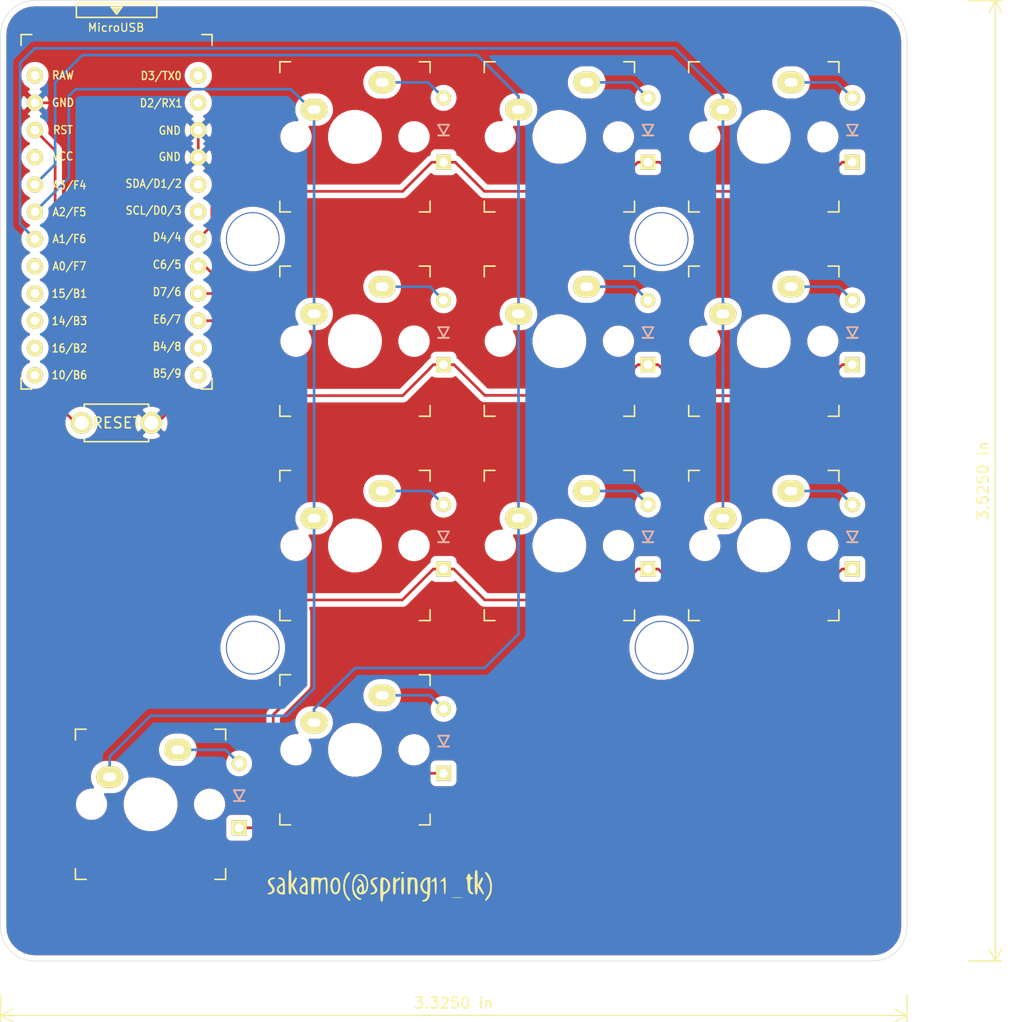
<source format=kicad_pcb>
(kicad_pcb (version 20171130) (host pcbnew "(5.1.0-0)")
  (layers (0 F.Cu signal) (31 B.Cu signal) (34 B.Paste user) (35 F.Paste user) (36 B.SilkS user) (37 F.SilkS user) (38 B.Mask user) (39 F.Mask user) (44 Edge.Cuts user))
  (net 0 "")
  (net 1 row0)
  (net 2 "Net-(D1-Pad2)")
  (net 3 "Net-(D2-Pad2)")
  (net 4 "Net-(D3-Pad2)")
  (net 5 row2)
  (net 6 "Net-(D4-Pad2)")
  (net 7 "Net-(D5-Pad2)")
  (net 8 row1)
  (net 9 "Net-(D6-Pad2)")
  (net 10 "Net-(D7-Pad2)")
  (net 11 "Net-(D8-Pad2)")
  (net 12 "Net-(D9-Pad2)")
  (net 13 row3)
  (net 14 "Net-(D10-Pad2)")
  (net 15 "Net-(D11-Pad2)")
  (net 16 col0)
  (net 17 col1)
  (net 18 col2)
  (net 19 RESET)
  (net 20 GND)
  (net 21 "Net-(U1-Pad1)")
  (net 22 "Net-(U1-Pad2)")
  (net 23 "Net-(U1-Pad5)")
  (net 24 "Net-(U1-Pad6)")
  (net 25 "Net-(U1-Pad11)")
  (net 26 "Net-(U1-Pad12)")
  (net 27 "Net-(U1-Pad13)")
  (net 28 "Net-(U1-Pad14)")
  (net 29 "Net-(U1-Pad15)")
  (net 30 "Net-(U1-Pad16)")
  (net 31 "Net-(U1-Pad17)")
  (net 32 VCC)
  (net 33 "Net-(U1-Pad24)")
  (module kbd:CherryMX_1u (layer F.Cu) (at 210.82 83.82)
    (fp_text reference SW9 hide)
    (fp_text value SW_PUSH hide)
    (pad "" np_thru_hole circle (at 0 0 90) (size 4 4) (drill 4) (layers *.Cu *.Mask))
    (pad "" np_thru_hole circle (at -5.5 0 90) (size 1.9 1.9) (drill 1.9) (layers *.Cu *.Mask))
    (pad "" np_thru_hole circle (at 5.5 0 90) (size 1.9 1.9) (drill 1.9) (layers *.Cu *.Mask))
    (pad 2 thru_hole oval (at 2.54 -5.08) (size 2.5 2) (drill oval 1.2 0.8) (layers *.Cu F.SilkS B.Mask) (net 12 "Net-(D9-Pad2)"))
    (pad 1 thru_hole oval (at -3.81 -2.54) (size 2.5 2) (drill oval 1.2 0.8) (layers *.Cu F.SilkS B.Mask) (net 18 col2))
  )
  (module kbd:Untitled (layer F.Cu) (at 175.0822 115.6843 90)
    (fp_text reference G*** hide)
    (fp_text value LOGO hide)
  )
  (module kbd:HOLE (layer F.Cu) (at 163.195 55.245)
    (fp_text reference Ref**)
    (fp_text value Val**)
    (pad "" np_thru_hole circle (at 0 0) (size 5 5) (drill 4.8) (layers *.Cu *.Mask))
  )
  (module kbd:HOLE (layer F.Cu) (at 201.295 55.245)
    (fp_text reference Ref**)
    (fp_text value Val**)
    (pad "" np_thru_hole circle (at 0 0) (size 5 5) (drill 4.8) (layers *.Cu *.Mask))
  )
  (module kbd:HOLE (layer F.Cu) (at 163.195 93.345)
    (fp_text reference Ref**)
    (fp_text value Val**)
    (pad "" np_thru_hole circle (at 0 0) (size 5 5) (drill 4.8) (layers *.Cu *.Mask))
  )
  (module kbd:HOLE (layer F.Cu) (at 201.295 93.345)
    (fp_text reference Ref**)
    (fp_text value Val**)
    (pad "" np_thru_hole circle (at 0 0) (size 5 5) (drill 4.8) (layers *.Cu *.Mask))
  )
  (module kbd:CherryMX_1u (layer F.Cu) (at 172.72 102.87)
    (fp_text reference SW10 hide)
    (fp_text value SW_PUSH hide)
    (pad "" np_thru_hole circle (at 0 0 90) (size 4 4) (drill 4) (layers *.Cu *.Mask))
    (pad "" np_thru_hole circle (at -5.5 0 90) (size 1.9 1.9) (drill 1.9) (layers *.Cu *.Mask))
    (pad "" np_thru_hole circle (at 5.5 0 90) (size 1.9 1.9) (drill 1.9) (layers *.Cu *.Mask))
    (pad 2 thru_hole oval (at 2.54 -5.08) (size 2.5 2) (drill oval 1.2 0.8) (layers *.Cu F.SilkS B.Mask) (net 14 "Net-(D10-Pad2)"))
    (pad 1 thru_hole oval (at -3.81 -2.54) (size 2.5 2) (drill oval 1.2 0.8) (layers *.Cu F.SilkS B.Mask) (net 16 col0))
  )
  (module kbd:D3_TH (layer F.Cu) (at 200.025 45.085 90)
    (fp_text reference D1 hide)
    (fp_text value 1N4148W hide)
    (pad 1 thru_hole rect (at -3 0 90) (size 1.397 1.397) (drill 0.8128) (layers *.Cu F.SilkS B.Mask) (net 1 row0))
    (pad 2 thru_hole circle (at 3 0 90) (size 1.397 1.397) (drill 0.8128) (layers *.Cu F.SilkS B.Mask) (net 2 "Net-(D1-Pad2)"))
  )
  (module kbd:D3_TH (layer F.Cu) (at 180.975 45.085 90)
    (fp_text reference D2 hide)
    (fp_text value 1N4148W hide)
    (pad 1 thru_hole rect (at -3 0 90) (size 1.397 1.397) (drill 0.8128) (layers *.Cu F.SilkS B.Mask) (net 1 row0))
    (pad 2 thru_hole circle (at 3 0 90) (size 1.397 1.397) (drill 0.8128) (layers *.Cu F.SilkS B.Mask) (net 3 "Net-(D2-Pad2)"))
  )
  (module kbd:D3_TH (layer F.Cu) (at 219.075 45.085 90)
    (fp_text reference D3 hide)
    (fp_text value 1N4148W hide)
    (pad 1 thru_hole rect (at -3 0 90) (size 1.397 1.397) (drill 0.8128) (layers *.Cu F.SilkS B.Mask) (net 1 row0))
    (pad 2 thru_hole circle (at 3 0 90) (size 1.397 1.397) (drill 0.8128) (layers *.Cu F.SilkS B.Mask) (net 4 "Net-(D3-Pad2)"))
  )
  (module kbd:D3_TH (layer F.Cu) (at 200.025 83.01 90)
    (fp_text reference D4 hide)
    (fp_text value 1N4148W hide)
    (pad 1 thru_hole rect (at -3 0 90) (size 1.397 1.397) (drill 0.8128) (layers *.Cu F.SilkS B.Mask) (net 5 row2))
    (pad 2 thru_hole circle (at 3 0 90) (size 1.397 1.397) (drill 0.8128) (layers *.Cu F.SilkS B.Mask) (net 6 "Net-(D4-Pad2)"))
  )
  (module kbd:D3_TH (layer F.Cu) (at 200.025 63.96 90)
    (fp_text reference D5 hide)
    (fp_text value 1N4148W hide)
    (pad 2 thru_hole circle (at 3 0 90) (size 1.397 1.397) (drill 0.8128) (layers *.Cu F.SilkS B.Mask) (net 7 "Net-(D5-Pad2)"))
    (pad 1 thru_hole rect (at -3 0 90) (size 1.397 1.397) (drill 0.8128) (layers *.Cu F.SilkS B.Mask) (net 8 row1))
  )
  (module kbd:D3_TH (layer F.Cu) (at 180.975 63.96 90)
    (fp_text reference D6 hide)
    (fp_text value 1N4148W hide)
    (pad 2 thru_hole circle (at 3 0 90) (size 1.397 1.397) (drill 0.8128) (layers *.Cu F.SilkS B.Mask) (net 9 "Net-(D6-Pad2)"))
    (pad 1 thru_hole rect (at -3 0 90) (size 1.397 1.397) (drill 0.8128) (layers *.Cu F.SilkS B.Mask) (net 8 row1))
  )
  (module kbd:D3_TH (layer F.Cu) (at 219.075 63.96 90)
    (fp_text reference D7 hide)
    (fp_text value 1N4148W hide)
    (pad 2 thru_hole circle (at 3 0 90) (size 1.397 1.397) (drill 0.8128) (layers *.Cu F.SilkS B.Mask) (net 10 "Net-(D7-Pad2)"))
    (pad 1 thru_hole rect (at -3 0 90) (size 1.397 1.397) (drill 0.8128) (layers *.Cu F.SilkS B.Mask) (net 8 row1))
  )
  (module kbd:D3_TH (layer F.Cu) (at 180.975 83.01 90)
    (fp_text reference D8 hide)
    (fp_text value 1N4148W hide)
    (pad 2 thru_hole circle (at 3 0 90) (size 1.397 1.397) (drill 0.8128) (layers *.Cu F.SilkS B.Mask) (net 11 "Net-(D8-Pad2)"))
    (pad 1 thru_hole rect (at -3 0 90) (size 1.397 1.397) (drill 0.8128) (layers *.Cu F.SilkS B.Mask) (net 5 row2))
  )
  (module kbd:D3_TH (layer F.Cu) (at 219.075 83.01 90)
    (fp_text reference D9 hide)
    (fp_text value 1N4148W hide)
    (pad 1 thru_hole rect (at -3 0 90) (size 1.397 1.397) (drill 0.8128) (layers *.Cu F.SilkS B.Mask) (net 5 row2))
    (pad 2 thru_hole circle (at 3 0 90) (size 1.397 1.397) (drill 0.8128) (layers *.Cu F.SilkS B.Mask) (net 12 "Net-(D9-Pad2)"))
  )
  (module kbd:D3_TH (layer F.Cu) (at 180.975 102.06 90)
    (fp_text reference D10 hide)
    (fp_text value 1N4148W hide)
    (pad 1 thru_hole rect (at -3 0 90) (size 1.397 1.397) (drill 0.8128) (layers *.Cu F.SilkS B.Mask) (net 13 row3))
    (pad 2 thru_hole circle (at 3 0 90) (size 1.397 1.397) (drill 0.8128) (layers *.Cu F.SilkS B.Mask) (net 14 "Net-(D10-Pad2)"))
  )
  (module kbd:D3_TH (layer F.Cu) (at 161.925 107.14 90)
    (fp_text reference D11 hide)
    (fp_text value 1N4148W hide)
    (pad 2 thru_hole circle (at 3 0 90) (size 1.397 1.397) (drill 0.8128) (layers *.Cu F.SilkS B.Mask) (net 15 "Net-(D11-Pad2)"))
    (pad 1 thru_hole rect (at -3 0 90) (size 1.397 1.397) (drill 0.8128) (layers *.Cu F.SilkS B.Mask) (net 13 row3))
  )
  (module kbd:CherryMX_1u (layer F.Cu) (at 191.77 45.72)
    (fp_text reference SW1 hide)
    (fp_text value SW_PUSH hide)
    (pad "" np_thru_hole circle (at 0 0 90) (size 4 4) (drill 4) (layers *.Cu *.Mask))
    (pad "" np_thru_hole circle (at -5.5 0 90) (size 1.9 1.9) (drill 1.9) (layers *.Cu *.Mask))
    (pad "" np_thru_hole circle (at 5.5 0 90) (size 1.9 1.9) (drill 1.9) (layers *.Cu *.Mask))
    (pad 2 thru_hole oval (at 2.54 -5.08) (size 2.5 2) (drill oval 1.2 0.8) (layers *.Cu F.SilkS B.Mask) (net 2 "Net-(D1-Pad2)"))
    (pad 1 thru_hole oval (at -3.81 -2.54) (size 2.5 2) (drill oval 1.2 0.8) (layers *.Cu F.SilkS B.Mask) (net 16 col0))
  )
  (module kbd:CherryMX_1u (layer F.Cu) (at 172.72 45.72)
    (fp_text reference SW2 hide)
    (fp_text value SW_PUSH hide)
    (pad "" np_thru_hole circle (at 0 0 90) (size 4 4) (drill 4) (layers *.Cu *.Mask))
    (pad "" np_thru_hole circle (at -5.5 0 90) (size 1.9 1.9) (drill 1.9) (layers *.Cu *.Mask))
    (pad "" np_thru_hole circle (at 5.5 0 90) (size 1.9 1.9) (drill 1.9) (layers *.Cu *.Mask))
    (pad 2 thru_hole oval (at 2.54 -5.08) (size 2.5 2) (drill oval 1.2 0.8) (layers *.Cu F.SilkS B.Mask) (net 3 "Net-(D2-Pad2)"))
    (pad 1 thru_hole oval (at -3.81 -2.54) (size 2.5 2) (drill oval 1.2 0.8) (layers *.Cu F.SilkS B.Mask) (net 17 col1))
  )
  (module kbd:CherryMX_1u (layer F.Cu) (at 210.82 45.72)
    (fp_text reference SW3 hide)
    (fp_text value SW_PUSH hide)
    (pad "" np_thru_hole circle (at 0 0 90) (size 4 4) (drill 4) (layers *.Cu *.Mask))
    (pad "" np_thru_hole circle (at -5.5 0 90) (size 1.9 1.9) (drill 1.9) (layers *.Cu *.Mask))
    (pad "" np_thru_hole circle (at 5.5 0 90) (size 1.9 1.9) (drill 1.9) (layers *.Cu *.Mask))
    (pad 2 thru_hole oval (at 2.54 -5.08) (size 2.5 2) (drill oval 1.2 0.8) (layers *.Cu F.SilkS B.Mask) (net 4 "Net-(D3-Pad2)"))
    (pad 1 thru_hole oval (at -3.81 -2.54) (size 2.5 2) (drill oval 1.2 0.8) (layers *.Cu F.SilkS B.Mask) (net 18 col2))
  )
  (module kbd:CherryMX_1u (layer F.Cu) (at 191.77 83.82)
    (fp_text reference SW4 hide)
    (fp_text value SW_PUSH hide)
    (pad "" np_thru_hole circle (at 0 0 90) (size 4 4) (drill 4) (layers *.Cu *.Mask))
    (pad "" np_thru_hole circle (at -5.5 0 90) (size 1.9 1.9) (drill 1.9) (layers *.Cu *.Mask))
    (pad "" np_thru_hole circle (at 5.5 0 90) (size 1.9 1.9) (drill 1.9) (layers *.Cu *.Mask))
    (pad 2 thru_hole oval (at 2.54 -5.08) (size 2.5 2) (drill oval 1.2 0.8) (layers *.Cu F.SilkS B.Mask) (net 6 "Net-(D4-Pad2)"))
    (pad 1 thru_hole oval (at -3.81 -2.54) (size 2.5 2) (drill oval 1.2 0.8) (layers *.Cu F.SilkS B.Mask) (net 16 col0))
  )
  (module kbd:CherryMX_1u (layer F.Cu) (at 191.77 64.77)
    (fp_text reference SW5 hide)
    (fp_text value SW_PUSH hide)
    (pad 1 thru_hole oval (at -3.81 -2.54) (size 2.5 2) (drill oval 1.2 0.8) (layers *.Cu F.SilkS B.Mask) (net 16 col0))
    (pad 2 thru_hole oval (at 2.54 -5.08) (size 2.5 2) (drill oval 1.2 0.8) (layers *.Cu F.SilkS B.Mask) (net 7 "Net-(D5-Pad2)"))
    (pad "" np_thru_hole circle (at 5.5 0 90) (size 1.9 1.9) (drill 1.9) (layers *.Cu *.Mask))
    (pad "" np_thru_hole circle (at -5.5 0 90) (size 1.9 1.9) (drill 1.9) (layers *.Cu *.Mask))
    (pad "" np_thru_hole circle (at 0 0 90) (size 4 4) (drill 4) (layers *.Cu *.Mask))
  )
  (module kbd:CherryMX_1u (layer F.Cu) (at 172.72 64.77)
    (fp_text reference SW6 hide)
    (fp_text value SW_PUSH hide)
    (pad 1 thru_hole oval (at -3.81 -2.54) (size 2.5 2) (drill oval 1.2 0.8) (layers *.Cu F.SilkS B.Mask) (net 17 col1))
    (pad 2 thru_hole oval (at 2.54 -5.08) (size 2.5 2) (drill oval 1.2 0.8) (layers *.Cu F.SilkS B.Mask) (net 9 "Net-(D6-Pad2)"))
    (pad "" np_thru_hole circle (at 5.5 0 90) (size 1.9 1.9) (drill 1.9) (layers *.Cu *.Mask))
    (pad "" np_thru_hole circle (at -5.5 0 90) (size 1.9 1.9) (drill 1.9) (layers *.Cu *.Mask))
    (pad "" np_thru_hole circle (at 0 0 90) (size 4 4) (drill 4) (layers *.Cu *.Mask))
  )
  (module kbd:CherryMX_1u (layer F.Cu) (at 210.82 64.77)
    (fp_text reference SW7 hide)
    (fp_text value SW_PUSH hide)
    (pad 1 thru_hole oval (at -3.81 -2.54) (size 2.5 2) (drill oval 1.2 0.8) (layers *.Cu F.SilkS B.Mask) (net 18 col2))
    (pad 2 thru_hole oval (at 2.54 -5.08) (size 2.5 2) (drill oval 1.2 0.8) (layers *.Cu F.SilkS B.Mask) (net 10 "Net-(D7-Pad2)"))
    (pad "" np_thru_hole circle (at 5.5 0 90) (size 1.9 1.9) (drill 1.9) (layers *.Cu *.Mask))
    (pad "" np_thru_hole circle (at -5.5 0 90) (size 1.9 1.9) (drill 1.9) (layers *.Cu *.Mask))
    (pad "" np_thru_hole circle (at 0 0 90) (size 4 4) (drill 4) (layers *.Cu *.Mask))
  )
  (module kbd:CherryMX_1u (layer F.Cu) (at 172.72 83.82)
    (fp_text reference SW8 hide)
    (fp_text value SW_PUSH hide)
    (pad 1 thru_hole oval (at -3.81 -2.54) (size 2.5 2) (drill oval 1.2 0.8) (layers *.Cu F.SilkS B.Mask) (net 17 col1))
    (pad 2 thru_hole oval (at 2.54 -5.08) (size 2.5 2) (drill oval 1.2 0.8) (layers *.Cu F.SilkS B.Mask) (net 11 "Net-(D8-Pad2)"))
    (pad "" np_thru_hole circle (at 5.5 0 90) (size 1.9 1.9) (drill 1.9) (layers *.Cu *.Mask))
    (pad "" np_thru_hole circle (at -5.5 0 90) (size 1.9 1.9) (drill 1.9) (layers *.Cu *.Mask))
    (pad "" np_thru_hole circle (at 0 0 90) (size 4 4) (drill 4) (layers *.Cu *.Mask))
  )
  (module kbd:CherryMX_1u (layer F.Cu) (at 153.67 107.95)
    (fp_text reference SW11 hide)
    (fp_text value SW_PUSH hide)
    (pad 1 thru_hole oval (at -3.81 -2.54) (size 2.5 2) (drill oval 1.2 0.8) (layers *.Cu F.SilkS B.Mask) (net 17 col1))
    (pad 2 thru_hole oval (at 2.54 -5.08) (size 2.5 2) (drill oval 1.2 0.8) (layers *.Cu F.SilkS B.Mask) (net 15 "Net-(D11-Pad2)"))
    (pad "" np_thru_hole circle (at 5.5 0 90) (size 1.9 1.9) (drill 1.9) (layers *.Cu *.Mask))
    (pad "" np_thru_hole circle (at -5.5 0 90) (size 1.9 1.9) (drill 1.9) (layers *.Cu *.Mask))
    (pad "" np_thru_hole circle (at 0 0 90) (size 4 4) (drill 4) (layers *.Cu *.Mask))
  )
  (module kbd:ResetSW_1side (layer F.Cu) (at 150.495 72.39 180)
    (fp_text reference SW_RST1 hide)
    (fp_text value SW_PUSH)
    (fp_text user RESET (at 0 0 180) (layer F.SilkS))
    (pad 1 thru_hole circle (at 3.25 0 180) (size 2 2) (drill 1.3) (layers *.Cu F.SilkS B.Mask) (net 19 RESET))
    (pad 2 thru_hole circle (at -3.25 0 180) (size 2 2) (drill 1.3) (layers *.Cu F.SilkS B.Mask) (net 20 GND))
  )
  (module kbd:ProMicro_v3 (layer F.Cu) (at 150.5036 54.483)
    (fp_text reference U1 hide)
    (fp_text value ProMicro hide)
    (fp_text user MicroUSB (at -0.05 -18.95) (layer F.SilkS) (effects (font (size 0.75 0.75) (thickness 0.12))))
    (fp_text user B4/8 (at 4.705 10.8 unlocked) (layer F.SilkS) (effects (font (size 0.75 0.67) (thickness 0.125))))
    (fp_text user D2/RX1 (at 4.155 -11.9 unlocked) (layer F.SilkS) (effects (font (size 0.75 0.67) (thickness 0.125))))
    (fp_text user B5/9 (at 4.705 13.3 unlocked) (layer F.SilkS) (effects (font (size 0.75 0.67) (thickness 0.125))))
    (fp_text user C6/5 (at 4.705 3.15 unlocked) (layer F.SilkS) (effects (font (size 0.75 0.67) (thickness 0.125))))
    (fp_text user SCL/D0/3 (at 3.455 -1.9 unlocked) (layer F.SilkS) (effects (font (size 0.75 0.67) (thickness 0.125))))
    (fp_text user SDA/D1/2 (at 3.455 -4.4 unlocked) (layer F.SilkS) (effects (font (size 0.75 0.67) (thickness 0.125))))
    (fp_text user D4/4 (at 4.705 0.6 unlocked) (layer F.SilkS) (effects (font (size 0.75 0.67) (thickness 0.125))))
    (fp_text user D3/TX0 (at 4.155 -14.45 unlocked) (layer F.SilkS) (effects (font (size 0.75 0.67) (thickness 0.125))))
    (fp_text user GND (at 4.955 -6.9 unlocked) (layer F.SilkS) (effects (font (size 0.75 0.67) (thickness 0.125))))
    (fp_text user GND (at 4.955 -9.35 unlocked) (layer F.SilkS) (effects (font (size 0.75 0.67) (thickness 0.125))))
    (fp_text user D7/6 (at 4.705 5.7 unlocked) (layer F.SilkS) (effects (font (size 0.75 0.67) (thickness 0.125))))
    (fp_text user E6/7 (at 4.705 8.25 unlocked) (layer F.SilkS) (effects (font (size 0.75 0.67) (thickness 0.125))))
    (fp_text user 16/B2 (at -4.395 10.95 unlocked) (layer F.SilkS) (effects (font (size 0.75 0.67) (thickness 0.125))))
    (fp_text user 10/B6 (at -4.395 13.45 unlocked) (layer F.SilkS) (effects (font (size 0.75 0.67) (thickness 0.125))))
    (fp_text user 14/B3 (at -4.395 8.4 unlocked) (layer F.SilkS) (effects (font (size 0.75 0.67) (thickness 0.125))))
    (fp_text user 15/B1 (at -4.395 5.85 unlocked) (layer F.SilkS) (effects (font (size 0.75 0.67) (thickness 0.125))))
    (fp_text user A0/F7 (at -4.395 3.3 unlocked) (layer F.SilkS) (effects (font (size 0.75 0.67) (thickness 0.125))))
    (fp_text user A1/F6 (at -4.395 0.75 unlocked) (layer F.SilkS) (effects (font (size 0.75 0.67) (thickness 0.125))))
    (fp_text user A2/F5 (at -4.395 -1.75 unlocked) (layer F.SilkS) (effects (font (size 0.75 0.67) (thickness 0.125))))
    (fp_text user A3/F4 (at -4.395 -4.25 unlocked) (layer F.SilkS) (effects (font (size 0.75 0.67) (thickness 0.125))))
    (fp_text user VCC (at -4.995 -6.95 unlocked) (layer F.SilkS) (effects (font (size 0.75 0.67) (thickness 0.125))))
    (fp_text user RST (at -4.995 -9.4 unlocked) (layer F.SilkS) (effects (font (size 0.75 0.67) (thickness 0.125))))
    (fp_text user GND (at -4.995 -11.95 unlocked) (layer F.SilkS) (effects (font (size 0.75 0.67) (thickness 0.125))))
    (fp_text user RAW (at -4.995 -14.5 unlocked) (layer F.SilkS) (effects (font (size 0.75 0.67) (thickness 0.125))))
    (fp_text user "" (at -0.545 -17.4) (layer F.SilkS))
    (fp_text user "" (at -1.2515 -16.256) (layer B.SilkS) (effects (justify mirror)))
    (pad 1 thru_hole circle (at 7.6114 -14.478) (size 1.524 1.524) (drill 0.8128) (layers *.Cu F.SilkS B.Mask) (net 21 "Net-(U1-Pad1)"))
    (pad 2 thru_hole circle (at 7.6114 -11.938) (size 1.524 1.524) (drill 0.8128) (layers *.Cu F.SilkS B.Mask) (net 22 "Net-(U1-Pad2)"))
    (pad 3 thru_hole circle (at 7.6114 -9.398) (size 1.524 1.524) (drill 0.8128) (layers *.Cu F.SilkS B.Mask) (net 20 GND))
    (pad 4 thru_hole circle (at 7.6114 -6.858) (size 1.524 1.524) (drill 0.8128) (layers *.Cu F.SilkS B.Mask) (net 20 GND))
    (pad 5 thru_hole circle (at 7.6114 -4.318) (size 1.524 1.524) (drill 0.8128) (layers *.Cu F.SilkS B.Mask) (net 23 "Net-(U1-Pad5)"))
    (pad 6 thru_hole circle (at 7.6114 -1.778) (size 1.524 1.524) (drill 0.8128) (layers *.Cu F.SilkS B.Mask) (net 24 "Net-(U1-Pad6)"))
    (pad 7 thru_hole circle (at 7.6114 0.762) (size 1.524 1.524) (drill 0.8128) (layers *.Cu F.SilkS B.Mask) (net 1 row0))
    (pad 8 thru_hole circle (at 7.6114 3.302) (size 1.524 1.524) (drill 0.8128) (layers *.Cu F.SilkS B.Mask) (net 8 row1))
    (pad 9 thru_hole circle (at 7.6114 5.842) (size 1.524 1.524) (drill 0.8128) (layers *.Cu F.SilkS B.Mask) (net 5 row2))
    (pad 10 thru_hole circle (at 7.6114 8.382) (size 1.524 1.524) (drill 0.8128) (layers *.Cu F.SilkS B.Mask) (net 13 row3))
    (pad 11 thru_hole circle (at 7.6114 10.922) (size 1.524 1.524) (drill 0.8128) (layers *.Cu F.SilkS B.Mask) (net 25 "Net-(U1-Pad11)"))
    (pad 12 thru_hole circle (at 7.6114 13.462) (size 1.524 1.524) (drill 0.8128) (layers *.Cu F.SilkS B.Mask) (net 26 "Net-(U1-Pad12)"))
    (pad 13 thru_hole circle (at -7.6086 13.462) (size 1.524 1.524) (drill 0.8128) (layers *.Cu F.SilkS B.Mask) (net 27 "Net-(U1-Pad13)"))
    (pad 14 thru_hole circle (at -7.6086 10.922) (size 1.524 1.524) (drill 0.8128) (layers *.Cu F.SilkS B.Mask) (net 28 "Net-(U1-Pad14)"))
    (pad 15 thru_hole circle (at -7.6086 8.382) (size 1.524 1.524) (drill 0.8128) (layers *.Cu F.SilkS B.Mask) (net 29 "Net-(U1-Pad15)"))
    (pad 16 thru_hole circle (at -7.6086 5.842) (size 1.524 1.524) (drill 0.8128) (layers *.Cu F.SilkS B.Mask) (net 30 "Net-(U1-Pad16)"))
    (pad 17 thru_hole circle (at -7.6086 3.302) (size 1.524 1.524) (drill 0.8128) (layers *.Cu F.SilkS B.Mask) (net 31 "Net-(U1-Pad17)"))
    (pad 18 thru_hole circle (at -7.6086 0.762) (size 1.524 1.524) (drill 0.8128) (layers *.Cu F.SilkS B.Mask) (net 18 col2))
    (pad 19 thru_hole circle (at -7.6086 -1.778) (size 1.524 1.524) (drill 0.8128) (layers *.Cu F.SilkS B.Mask) (net 17 col1))
    (pad 20 thru_hole circle (at -7.6086 -4.318) (size 1.524 1.524) (drill 0.8128) (layers *.Cu F.SilkS B.Mask) (net 16 col0))
    (pad 21 thru_hole circle (at -7.6086 -6.858) (size 1.524 1.524) (drill 0.8128) (layers *.Cu F.SilkS B.Mask) (net 32 VCC))
    (pad 22 thru_hole circle (at -7.6086 -9.398) (size 1.524 1.524) (drill 0.8128) (layers *.Cu F.SilkS B.Mask) (net 19 RESET))
    (pad 23 thru_hole circle (at -7.6086 -11.938) (size 1.524 1.524) (drill 0.8128) (layers *.Cu F.SilkS B.Mask) (net 20 GND))
    (pad 24 thru_hole circle (at -7.6086 -14.478) (size 1.524 1.524) (drill 0.8128) (layers *.Cu F.SilkS B.Mask) (net 33 "Net-(U1-Pad24)"))
  )
  (dimension 89.535 (width 0.12) (layer F.SilkS) (gr_text "89.535 mm" (at 233.68 77.7875 90) (layer F.SilkS) (effects (font (size 1 1) (thickness 0.15)))) (feature1 (pts (xy 229.87 33.02) (xy 232.996421 33.02))) (feature2 (pts (xy 229.87 122.555) (xy 232.996421 122.555))) (crossbar (pts (xy 232.41 122.555) (xy 232.41 33.02))) (arrow1a (pts (xy 232.41 33.02) (xy 232.996421 34.146504))) (arrow1b (pts (xy 232.41 33.02) (xy 231.823579 34.146504))) (arrow2a (pts (xy 232.41 122.555) (xy 232.996421 121.428496))) (arrow2b (pts (xy 232.41 122.555) (xy 231.823579 121.428496))))
  (gr_line (start 224.155 36.83) (end 224.155 119.38) (layer Edge.Cuts) (width 0.05))
  (dimension 84.455 (width 0.12) (layer F.SilkS) (gr_text "84.455 mm" (at 181.9275 128.905) (layer F.SilkS) (effects (font (size 1 1) (thickness 0.15)))) (feature1 (pts (xy 224.155 125.73) (xy 224.155 128.221421))) (feature2 (pts (xy 139.7 125.73) (xy 139.7 128.221421))) (crossbar (pts (xy 139.7 127.635) (xy 224.155 127.635))) (arrow1a (pts (xy 224.155 127.635) (xy 223.028496 128.221421))) (arrow1b (pts (xy 224.155 127.635) (xy 223.028496 127.048579))) (arrow2a (pts (xy 139.7 127.635) (xy 140.826504 128.221421))) (arrow2b (pts (xy 139.7 127.635) (xy 140.826504 127.048579))))
  (gr_arc (start 142.875 36.195) (end 142.875 33.02) (angle -90) (layer Edge.Cuts) (width 0.05))
  (gr_arc (start 142.875 119.38) (end 139.7 119.38) (angle -90) (layer Edge.Cuts) (width 0.05))
  (gr_arc (start 220.98 119.38) (end 220.98 122.555) (angle -90) (layer Edge.Cuts) (width 0.05))
  (gr_arc (start 220.345 36.83) (end 224.155 36.83) (angle -90) (layer Edge.Cuts) (width 0.05))
  (gr_line (start 139.7 119.38) (end 139.7 36.195) (layer Edge.Cuts) (width 0.05))
  (gr_line (start 220.98 122.555) (end 142.875 122.555) (layer Edge.Cuts) (width 0.05))
  (gr_line (start 142.875 33.02) (end 220.345 33.02) (layer Edge.Cuts) (width 0.05))
  (segment (start 201.12 48.085) (end 200.025 48.085) (width 0.25) (layer F.Cu) (net 1))
  (segment (start 215.4115 50.8) (end 203.835 50.8) (width 0.25) (layer F.Cu) (net 1))
  (segment (start 203.835 50.8) (end 201.12 48.085) (width 0.25) (layer F.Cu) (net 1))
  (segment (start 218.1265 48.085) (end 215.4115 50.8) (width 0.25) (layer F.Cu) (net 1))
  (segment (start 219.075 48.085) (end 218.1265 48.085) (width 0.25) (layer F.Cu) (net 1))
  (segment (start 199.0765 48.085) (end 196.3615 50.8) (width 0.25) (layer F.Cu) (net 1))
  (segment (start 200.025 48.085) (end 199.0765 48.085) (width 0.25) (layer F.Cu) (net 1))
  (segment (start 196.3615 50.8) (end 184.785 50.8) (width 0.25) (layer F.Cu) (net 1))
  (segment (start 182.07 48.085) (end 180.975 48.085) (width 0.25) (layer F.Cu) (net 1))
  (segment (start 184.785 50.8) (end 182.07 48.085) (width 0.25) (layer F.Cu) (net 1))
  (segment (start 180.975 48.085) (end 179.88 48.085) (width 0.25) (layer F.Cu) (net 1))
  (segment (start 179.88 48.085) (end 177.165 50.8) (width 0.25) (layer F.Cu) (net 1))
  (segment (start 177.165 50.8) (end 160.655 50.8) (width 0.25) (layer F.Cu) (net 1))
  (segment (start 160.655 50.8) (end 159.385 52.07) (width 0.25) (layer F.Cu) (net 1))
  (segment (start 159.385 52.07) (end 159.385 53.975) (width 0.25) (layer F.Cu) (net 1))
  (segment (start 159.385 53.975) (end 158.115 55.245) (width 0.25) (layer F.Cu) (net 1))
  (segment (start 198.58 40.64) (end 200.025 42.085) (width 0.25) (layer B.Cu) (net 2))
  (segment (start 194.31 40.64) (end 198.58 40.64) (width 0.25) (layer B.Cu) (net 2))
  (segment (start 179.53 40.64) (end 180.975 42.085) (width 0.25) (layer B.Cu) (net 3))
  (segment (start 175.26 40.64) (end 179.53 40.64) (width 0.25) (layer B.Cu) (net 3))
  (segment (start 217.63 40.64) (end 219.075 42.085) (width 0.25) (layer B.Cu) (net 4))
  (segment (start 213.36 40.64) (end 217.63 40.64) (width 0.25) (layer B.Cu) (net 4))
  (segment (start 218.1265 86.01) (end 217.17 86.9665) (width 0.25) (layer F.Cu) (net 5))
  (segment (start 219.075 86.01) (end 218.1265 86.01) (width 0.25) (layer F.Cu) (net 5))
  (segment (start 217.17 86.9665) (end 217.17 86.995) (width 0.25) (layer F.Cu) (net 5))
  (segment (start 217.17 86.995) (end 215.265 88.9) (width 0.25) (layer F.Cu) (net 5))
  (segment (start 200.9735 86.01) (end 200.025 86.01) (width 0.25) (layer F.Cu) (net 5))
  (segment (start 203.8635 88.9) (end 200.9735 86.01) (width 0.25) (layer F.Cu) (net 5))
  (segment (start 215.265 88.9) (end 203.8635 88.9) (width 0.25) (layer F.Cu) (net 5))
  (segment (start 196.1865 88.9) (end 199.0765 86.01) (width 0.25) (layer F.Cu) (net 5))
  (segment (start 184.8135 88.9) (end 196.1865 88.9) (width 0.25) (layer F.Cu) (net 5))
  (segment (start 181.9235 86.01) (end 184.8135 88.9) (width 0.25) (layer F.Cu) (net 5))
  (segment (start 199.0765 86.01) (end 200.025 86.01) (width 0.25) (layer F.Cu) (net 5))
  (segment (start 180.975 86.01) (end 181.9235 86.01) (width 0.25) (layer F.Cu) (net 5))
  (segment (start 180.0265 86.01) (end 177.1365 88.9) (width 0.25) (layer F.Cu) (net 5))
  (segment (start 180.975 86.01) (end 180.0265 86.01) (width 0.25) (layer F.Cu) (net 5))
  (segment (start 177.1365 88.9) (end 165.735 88.9) (width 0.25) (layer F.Cu) (net 5))
  (segment (start 165.735 88.9) (end 163.195 86.36) (width 0.25) (layer F.Cu) (net 5))
  (segment (start 163.195 86.36) (end 163.195 68.58) (width 0.25) (layer F.Cu) (net 5))
  (segment (start 163.195 68.58) (end 160.655 66.04) (width 0.25) (layer F.Cu) (net 5))
  (segment (start 160.655 61.595) (end 159.385 60.325) (width 0.25) (layer F.Cu) (net 5))
  (segment (start 159.385 60.325) (end 158.115 60.325) (width 0.25) (layer F.Cu) (net 5))
  (segment (start 160.655 66.04) (end 160.655 61.595) (width 0.25) (layer F.Cu) (net 5))
  (segment (start 198.755 78.74) (end 200.025 80.01) (width 0.25) (layer B.Cu) (net 6))
  (segment (start 194.31 78.74) (end 198.755 78.74) (width 0.25) (layer B.Cu) (net 6))
  (segment (start 198.755 59.69) (end 200.025 60.96) (width 0.25) (layer B.Cu) (net 7))
  (segment (start 194.31 59.69) (end 198.755 59.69) (width 0.25) (layer B.Cu) (net 7))
  (segment (start 218.1265 66.96) (end 217.805 67.2815) (width 0.25) (layer F.Cu) (net 8))
  (segment (start 219.075 66.96) (end 218.1265 66.96) (width 0.25) (layer F.Cu) (net 8))
  (segment (start 217.805 67.2815) (end 217.805 67.31) (width 0.25) (layer F.Cu) (net 8))
  (segment (start 217.805 67.31) (end 215.265 69.85) (width 0.25) (layer F.Cu) (net 8))
  (segment (start 200.9735 66.96) (end 200.025 66.96) (width 0.25) (layer F.Cu) (net 8))
  (segment (start 203.8635 69.85) (end 200.9735 66.96) (width 0.25) (layer F.Cu) (net 8))
  (segment (start 215.265 69.85) (end 203.8635 69.85) (width 0.25) (layer F.Cu) (net 8))
  (segment (start 199.0765 66.96) (end 196.215 69.8215) (width 0.25) (layer F.Cu) (net 8))
  (segment (start 200.025 66.96) (end 199.0765 66.96) (width 0.25) (layer F.Cu) (net 8))
  (segment (start 196.215 69.8215) (end 184.8135 69.8215) (width 0.25) (layer F.Cu) (net 8))
  (segment (start 181.952 66.96) (end 180.975 66.96) (width 0.25) (layer F.Cu) (net 8))
  (segment (start 184.8135 69.8215) (end 181.952 66.96) (width 0.25) (layer F.Cu) (net 8))
  (segment (start 161.29 60.325) (end 158.75 57.785) (width 0.25) (layer F.Cu) (net 8))
  (segment (start 158.75 57.785) (end 158.115 57.785) (width 0.25) (layer F.Cu) (net 8))
  (segment (start 161.29 65.405) (end 161.29 60.325) (width 0.25) (layer F.Cu) (net 8))
  (segment (start 165.735 69.85) (end 161.29 65.405) (width 0.25) (layer F.Cu) (net 8))
  (segment (start 177.165 69.85) (end 165.735 69.85) (width 0.25) (layer F.Cu) (net 8))
  (segment (start 179.705 67.31) (end 177.165 69.85) (width 0.25) (layer F.Cu) (net 8))
  (segment (start 180.975 66.96) (end 180.0265 66.96) (width 0.25) (layer F.Cu) (net 8))
  (segment (start 179.705 67.2815) (end 179.705 67.31) (width 0.25) (layer F.Cu) (net 8))
  (segment (start 180.0265 66.96) (end 179.705 67.2815) (width 0.25) (layer F.Cu) (net 8))
  (segment (start 179.705 59.69) (end 180.975 60.96) (width 0.25) (layer B.Cu) (net 9))
  (segment (start 175.26 59.69) (end 179.705 59.69) (width 0.25) (layer B.Cu) (net 9))
  (segment (start 217.805 59.69) (end 219.075 60.96) (width 0.25) (layer B.Cu) (net 10))
  (segment (start 213.36 59.69) (end 217.805 59.69) (width 0.25) (layer B.Cu) (net 10))
  (segment (start 179.705 78.74) (end 180.975 80.01) (width 0.25) (layer B.Cu) (net 11))
  (segment (start 175.26 78.74) (end 179.705 78.74) (width 0.25) (layer B.Cu) (net 11))
  (segment (start 217.805 78.74) (end 219.075 80.01) (width 0.25) (layer B.Cu) (net 12))
  (segment (start 213.36 78.74) (end 217.805 78.74) (width 0.25) (layer B.Cu) (net 12))
  (segment (start 165.67 107.95) (end 163.48 110.14) (width 0.25) (layer F.Cu) (net 13))
  (segment (start 163.48 110.14) (end 161.925 110.14) (width 0.25) (layer F.Cu) (net 13))
  (segment (start 180.975 105.06) (end 179.42 105.06) (width 0.25) (layer F.Cu) (net 13))
  (segment (start 179.42 105.06) (end 176.53 107.95) (width 0.25) (layer F.Cu) (net 13))
  (segment (start 176.53 107.95) (end 165.67 107.95) (width 0.25) (layer F.Cu) (net 13))
  (segment (start 162.56 68.58141) (end 160.02 66.04141) (width 0.25) (layer F.Cu) (net 13))
  (segment (start 162.56 86.36141) (end 162.56 68.58141) (width 0.25) (layer F.Cu) (net 13))
  (segment (start 159.385 62.865) (end 158.115 62.865) (width 0.25) (layer F.Cu) (net 13))
  (segment (start 160.02 63.5) (end 159.385 62.865) (width 0.25) (layer F.Cu) (net 13))
  (segment (start 160.02 66.04) (end 160.02 63.5) (width 0.25) (layer F.Cu) (net 13))
  (segment (start 165.1 106.045) (end 167.005 107.95) (width 0.25) (layer F.Cu) (net 13))
  (segment (start 162.56 86.36141) (end 165.60659 89.408) (width 0.25) (layer F.Cu) (net 13))
  (segment (start 165.60659 89.408) (end 167.2844 89.408) (width 0.25) (layer F.Cu) (net 13))
  (segment (start 167.2844 89.408) (end 167.9194 90.043) (width 0.25) (layer F.Cu) (net 13))
  (segment (start 167.9194 90.043) (end 167.9194 94.9706) (width 0.25) (layer F.Cu) (net 13))
  (segment (start 167.9194 94.9706) (end 167.9194 96.7994) (width 0.25) (layer F.Cu) (net 13))
  (segment (start 165.1 99.6188) (end 165.1 99.8855) (width 0.25) (layer F.Cu) (net 13))
  (segment (start 165.1 99.8855) (end 165.1 106.045) (width 0.25) (layer F.Cu) (net 13))
  (segment (start 165.52545 99.18065) (end 165.1 99.6061) (width 0.25) (layer F.Cu) (net 13))
  (segment (start 165.53815 99.18065) (end 165.52545 99.18065) (width 0.25) (layer F.Cu) (net 13))
  (segment (start 165.53815 99.18065) (end 165.1 99.6188) (width 0.25) (layer F.Cu) (net 13))
  (segment (start 165.1 99.6061) (end 165.1 99.8855) (width 0.25) (layer F.Cu) (net 13))
  (segment (start 167.9194 96.7994) (end 165.53815 99.18065) (width 0.25) (layer F.Cu) (net 13))
  (segment (start 179.705 97.79) (end 180.975 99.06) (width 0.25) (layer B.Cu) (net 14))
  (segment (start 175.26 97.79) (end 179.705 97.79) (width 0.25) (layer B.Cu) (net 14))
  (segment (start 160.655 102.87) (end 161.925 104.14) (width 0.25) (layer B.Cu) (net 15))
  (segment (start 156.21 102.87) (end 160.655 102.87) (width 0.25) (layer B.Cu) (net 15))
  (segment (start 187.96 44.43) (end 187.96 62.23) (width 0.25) (layer B.Cu) (net 16))
  (segment (start 187.96 62.23) (end 187.96 81.28) (width 0.25) (layer B.Cu) (net 16))
  (segment (start 168.91 99.06) (end 168.91 100.33) (width 0.25) (layer B.Cu) (net 16))
  (segment (start 172.72 95.25) (end 168.91 99.06) (width 0.25) (layer B.Cu) (net 16))
  (segment (start 184.785 95.25) (end 172.72 95.25) (width 0.25) (layer B.Cu) (net 16))
  (segment (start 187.96 92.075) (end 184.785 95.25) (width 0.25) (layer B.Cu) (net 16))
  (segment (start 187.96 81.28) (end 187.96 92.075) (width 0.25) (layer B.Cu) (net 16))
  (segment (start 187.96 43.18) (end 187.96 44.43) (width 0.25) (layer B.Cu) (net 16))
  (segment (start 144.78 40.64) (end 144.78 48.28) (width 0.25) (layer B.Cu) (net 16))
  (segment (start 144.78 48.28) (end 142.895 50.165) (width 0.25) (layer B.Cu) (net 16))
  (segment (start 184.13 38.1) (end 147.32 38.1) (width 0.25) (layer B.Cu) (net 16))
  (segment (start 187.96 41.93) (end 184.13 38.1) (width 0.25) (layer B.Cu) (net 16))
  (segment (start 147.32 38.1) (end 144.78 40.64) (width 0.25) (layer B.Cu) (net 16))
  (segment (start 187.96 43.18) (end 187.96 41.93) (width 0.25) (layer B.Cu) (net 16))
  (segment (start 168.91 43.18) (end 168.91 62.23) (width 0.25) (layer B.Cu) (net 17))
  (segment (start 168.91 62.23) (end 168.91 81.28) (width 0.25) (layer B.Cu) (net 17))
  (segment (start 149.86 103.505) (end 149.86 105.41) (width 0.25) (layer B.Cu) (net 17))
  (segment (start 166.37 99.695) (end 153.67 99.695) (width 0.25) (layer B.Cu) (net 17))
  (segment (start 153.67 99.695) (end 149.86 103.505) (width 0.25) (layer B.Cu) (net 17))
  (segment (start 168.91 97.155) (end 166.37 99.695) (width 0.25) (layer B.Cu) (net 17))
  (segment (start 168.91 81.28) (end 168.91 97.155) (width 0.25) (layer B.Cu) (net 17))
  (segment (start 168.66 43.18) (end 166.755 41.275) (width 0.25) (layer B.Cu) (net 17))
  (segment (start 168.91 43.18) (end 168.66 43.18) (width 0.25) (layer B.Cu) (net 17))
  (segment (start 166.755 41.275) (end 146.685 41.275) (width 0.25) (layer B.Cu) (net 17))
  (segment (start 146.685 41.275) (end 146.05 41.91) (width 0.25) (layer B.Cu) (net 17))
  (segment (start 146.05 49.55) (end 142.895 52.705) (width 0.25) (layer B.Cu) (net 17))
  (segment (start 146.05 41.91) (end 146.05 49.55) (width 0.25) (layer B.Cu) (net 17))
  (segment (start 207.01 43.18) (end 207.01 62.23) (width 0.25) (layer B.Cu) (net 18))
  (segment (start 207.01 62.23) (end 207.01 67.31) (width 0.25) (layer B.Cu) (net 18))
  (segment (start 207.01 67.31) (end 207.01 81.28) (width 0.25) (layer B.Cu) (net 18))
  (segment (start 207.01 67.31) (end 207.01 67.945) (width 0.25) (layer B.Cu) (net 18))
  (segment (start 207.01 41.93) (end 202.545 37.465) (width 0.25) (layer B.Cu) (net 18))
  (segment (start 207.01 43.18) (end 207.01 41.93) (width 0.25) (layer B.Cu) (net 18))
  (segment (start 202.545 37.465) (end 142.875 37.465) (width 0.25) (layer B.Cu) (net 18))
  (segment (start 141.50975 53.85975) (end 142.895 55.245) (width 0.25) (layer B.Cu) (net 18))
  (segment (start 141.50975 38.83025) (end 141.50975 53.85975) (width 0.25) (layer B.Cu) (net 18))
  (segment (start 142.875 37.465) (end 141.50975 38.83025) (width 0.25) (layer B.Cu) (net 18))
  (segment (start 144.78 70.485) (end 146.685 72.39) (width 0.25) (layer F.Cu) (net 19))
  (segment (start 144.78 46.99) (end 144.78 70.485) (width 0.25) (layer F.Cu) (net 19))
  (segment (start 143.656999 45.866999) (end 144.78 46.99) (width 0.25) (layer F.Cu) (net 19))
  (segment (start 146.685 72.39) (end 147.245 72.39) (width 0.25) (layer F.Cu) (net 19))
  (segment (start 143.656999 45.846999) (end 143.656999 45.866999) (width 0.25) (layer F.Cu) (net 19))
  (segment (start 142.895 45.085) (end 143.656999 45.846999) (width 0.25) (layer F.Cu) (net 19))
  (segment (start 155.575 42.545) (end 158.115 45.085) (width 0.25) (layer F.Cu) (net 20))
  (segment (start 142.895 42.545) (end 155.575 42.545) (width 0.25) (layer F.Cu) (net 20))
  (segment (start 158.115 45.085) (end 158.115 47.625) (width 0.25) (layer F.Cu) (net 20))
  (segment (start 156.21 70.485) (end 154.305 72.39) (width 0.25) (layer F.Cu) (net 20))
  (segment (start 154.305 72.39) (end 153.745 72.39) (width 0.25) (layer F.Cu) (net 20))
  (segment (start 156.21 49.53) (end 156.21 70.485) (width 0.25) (layer F.Cu) (net 20))
  (segment (start 158.115 47.625) (end 156.21 49.53) (width 0.25) (layer F.Cu) (net 20))
  (zone (net 20) (net_name GND) (layer B.Cu) (connect_pads (clearance 0.508)) (min_thickness 0.254) (fill yes (arc_segments 32) (thermal_gap 0.508) (thermal_bridge_width 0.508))
    (polygon (pts (xy 139.7 33.02) (xy 224.155 33.02) (xy 224.155 122.555) (xy 139.7 122.555)))
  )
  (zone (net 20) (net_name GND) (layer F.Cu) (connect_pads (clearance 0.508)) (min_thickness 0.254) (fill yes (arc_segments 32) (thermal_gap 0.508) (thermal_bridge_width 0.508))
    (polygon (pts (xy 139.7 33.02) (xy 224.155 33.02) (xy 224.155 122.555) (xy 139.7 122.555)))
  )
  (zone (net 0) (net_name "") (layer F.Cu) (connect_pads (clearance 0.508)) (min_thickness 0.254)
    (keepout (tracks allowed) (vias allowed) (copperpour not_allowed))
    (fill (arc_segments 32) (thermal_gap 0.508) (thermal_bridge_width 0.508))
    (polygon (pts (xy 219.5449 113.2967) (xy 219.7989 113.2332) (xy 220.091 113.2967) (xy 220.3323 113.4491) (xy 220.5482 113.6904) (xy 220.6117 113.9571) (xy 220.5863 114.1857) (xy 220.4847 114.2746) (xy 220.218 114.3) (xy 219.9894 114.2873) (xy 219.7608 114.2365) (xy 219.71 114.2111) (xy 219.5068 114.0206) (xy 219.3798 113.792) (xy 219.3544 113.5507) (xy 219.3798 113.4745) (xy 219.4433 113.3475)))
  )
  (zone (net 0) (net_name "") (layer F.Cu) (connect_pads (clearance 0.508)) (min_thickness 0.254)
    (keepout (tracks allowed) (vias allowed) (copperpour not_allowed))
    (fill (arc_segments 32) (thermal_gap 0.508) (thermal_bridge_width 0.508))
    (polygon (pts (xy 218.9861 114.5032) (xy 219.2274 114.5159) (xy 219.5322 114.6048) (xy 219.7735 114.7699) (xy 219.9005 114.9731) (xy 219.9005 115.2017) (xy 219.8116 115.3541) (xy 219.6084 115.4684) (xy 219.3036 115.5065) (xy 218.9734 115.443) (xy 218.8337 115.3795) (xy 218.6051 115.189) (xy 218.5162 114.9731) (xy 218.567 114.7572) (xy 218.7321 114.5921)))
  )
  (zone (net 0) (net_name "") (layer F.Cu) (connect_pads (clearance 0.508)) (min_thickness 0.254)
    (keepout (tracks allowed) (vias allowed) (copperpour not_allowed))
    (fill (arc_segments 32) (thermal_gap 0.508) (thermal_bridge_width 0.508))
    (polygon (pts (xy 218.4781 115.951) (xy 218.7067 115.951) (xy 219.0242 116.0399) (xy 219.2655 116.205) (xy 219.3925 116.4209) (xy 219.3925 116.6368) (xy 219.3036 116.7892) (xy 219.1004 116.9035) (xy 218.7956 116.9416) (xy 218.4654 116.8781) (xy 218.313 116.8146) (xy 218.0971 116.6368) (xy 218.0082 116.4082) (xy 218.059 116.205) (xy 218.2114 116.0399)))
  )
  (zone (net 0) (net_name "") (layer F.Cu) (connect_pads (clearance 0.508)) (min_thickness 0.254)
    (keepout (tracks allowed) (vias allowed) (copperpour not_allowed))
    (fill (arc_segments 32) (thermal_gap 0.508) (thermal_bridge_width 0.508))
    (polygon (pts (xy 218.6305 117.3099) (xy 218.9734 117.2972) (xy 219.2528 117.3861) (xy 219.4687 117.5766) (xy 219.5322 117.7925) (xy 219.456 118.0211) (xy 219.2528 118.1989) (xy 218.9734 118.2751) (xy 218.6432 118.2751) (xy 218.44 118.2116) (xy 218.2241 118.0592) (xy 218.1352 117.856) (xy 218.1733 117.6274) (xy 218.3257 117.4496)))
  )
  (zone (net 0) (net_name "") (layer F.Cu) (connect_pads (clearance 0.508)) (min_thickness 0.254)
    (keepout (tracks allowed) (vias allowed) (copperpour not_allowed))
    (fill (arc_segments 32) (thermal_gap 0.508) (thermal_bridge_width 0.508))
    (polygon (pts (xy 221.1705 114.427) (xy 221.5134 114.4016) (xy 221.869 114.4778) (xy 222.0722 114.5921) (xy 222.3389 114.8461) (xy 222.4532 115.1636) (xy 222.3897 115.5192) (xy 222.2881 115.7732) (xy 222.2119 115.951) (xy 222.1611 116.2304) (xy 222.1103 116.5479) (xy 221.9452 116.9924) (xy 221.8944 117.3226) (xy 221.8309 117.6528) (xy 221.615 117.9322) (xy 221.3229 118.0973) (xy 221.1705 118.11) (xy 221.0816 118.1227) (xy 220.7641 118.0973) (xy 220.6244 118.0719) (xy 220.4593 117.9703) (xy 220.2688 117.8179) (xy 220.0783 117.5385) (xy 220.0275 117.221) (xy 220.1164 116.9416) (xy 220.218 116.7511) (xy 220.1799 116.6114) (xy 220.1291 116.5352) (xy 220.0656 116.332) (xy 220.0402 116.0399) (xy 220.091 115.7859) (xy 220.2434 115.6081) (xy 220.5355 115.3795) (xy 220.6117 115.2017) (xy 220.6244 115.0874) (xy 220.6879 114.7826) (xy 220.9038 114.554)))
  )
  (zone (net 0) (net_name "") (layer F.Cu) (connect_pads (clearance 0.508)) (min_thickness 0.254)
    (keepout (tracks allowed) (vias allowed) (copperpour not_allowed))
    (fill (arc_segments 32) (thermal_gap 0.508) (thermal_bridge_width 0.508))
    (polygon (pts (xy 213.0425 106.4768) (xy 213.2838 106.4895) (xy 213.5886 106.5784) (xy 213.8299 106.7435) (xy 213.9569 106.9467) (xy 213.9569 107.1753) (xy 213.868 107.3277) (xy 213.6648 107.442) (xy 213.36 107.4801) (xy 213.0298 107.4166) (xy 212.8901 107.3531) (xy 212.6615 107.1626) (xy 212.5726 106.9467) (xy 212.6234 106.7308) (xy 212.7885 106.5657)))
  )
  (zone (net 0) (net_name "") (layer F.Cu) (connect_pads (clearance 0.508)) (min_thickness 0.254)
    (keepout (tracks allowed) (vias allowed) (copperpour not_allowed))
    (fill (arc_segments 32) (thermal_gap 0.508) (thermal_bridge_width 0.508))
    (polygon (pts (xy 215.2269 106.4006) (xy 215.5698 106.3752) (xy 215.9254 106.4514) (xy 216.1286 106.5657) (xy 216.3953 106.8197) (xy 216.5096 107.1372) (xy 216.4461 107.4928) (xy 216.3445 107.7468) (xy 216.2683 107.9246) (xy 216.2175 108.204) (xy 216.1667 108.5215) (xy 216.0016 108.966) (xy 215.9508 109.2962) (xy 215.8873 109.6264) (xy 215.6714 109.9058) (xy 215.3793 110.0709) (xy 215.2269 110.0836) (xy 215.138 110.0963) (xy 214.8205 110.0709) (xy 214.6808 110.0455) (xy 214.5157 109.9439) (xy 214.3252 109.7915) (xy 214.1347 109.5121) (xy 214.0839 109.1946) (xy 214.1728 108.9152) (xy 214.2744 108.7247) (xy 214.2363 108.585) (xy 214.1855 108.5088) (xy 214.122 108.3056) (xy 214.0966 108.0135) (xy 214.1474 107.7595) (xy 214.2998 107.5817) (xy 214.5919 107.3531) (xy 214.6681 107.1753) (xy 214.6808 107.061) (xy 214.7443 106.7562) (xy 214.9602 106.5276)))
  )
  (zone (net 0) (net_name "") (layer F.Cu) (connect_pads (clearance 0.508)) (min_thickness 0.254)
    (keepout (tracks allowed) (vias allowed) (copperpour not_allowed))
    (fill (arc_segments 32) (thermal_gap 0.508) (thermal_bridge_width 0.508))
    (polygon (pts (xy 212.6869 109.2835) (xy 213.0298 109.2708) (xy 213.3092 109.3597) (xy 213.5251 109.5502) (xy 213.5886 109.7661) (xy 213.5124 109.9947) (xy 213.3092 110.1725) (xy 213.0298 110.2487) (xy 212.6996 110.2487) (xy 212.4964 110.1852) (xy 212.2805 110.0328) (xy 212.1916 109.8296) (xy 212.2297 109.601) (xy 212.3821 109.4232)))
  )
  (zone (net 0) (net_name "") (layer F.Cu) (connect_pads (clearance 0.508)) (min_thickness 0.254)
    (keepout (tracks allowed) (vias allowed) (copperpour not_allowed))
    (fill (arc_segments 32) (thermal_gap 0.508) (thermal_bridge_width 0.508))
    (polygon (pts (xy 212.5345 107.9246) (xy 212.7631 107.9246) (xy 213.0806 108.0135) (xy 213.3219 108.1786) (xy 213.4489 108.3945) (xy 213.4489 108.6104) (xy 213.36 108.7628) (xy 213.1568 108.8771) (xy 212.852 108.9152) (xy 212.5218 108.8517) (xy 212.3694 108.7882) (xy 212.1535 108.6104) (xy 212.0646 108.3818) (xy 212.1154 108.1786) (xy 212.2678 108.0135)))
  )
  (zone (net 0) (net_name "") (layer F.Cu) (connect_pads (clearance 0.508)) (min_thickness 0.254)
    (keepout (tracks allowed) (vias allowed) (copperpour not_allowed))
    (fill (arc_segments 32) (thermal_gap 0.508) (thermal_bridge_width 0.508))
    (polygon (pts (xy 213.6013 105.2703) (xy 213.8553 105.2068) (xy 214.1474 105.2703) (xy 214.3887 105.4227) (xy 214.6046 105.664) (xy 214.6681 105.9307) (xy 214.6427 106.1593) (xy 214.5411 106.2482) (xy 214.2744 106.2736) (xy 214.0458 106.2609) (xy 213.8172 106.2101) (xy 213.7664 106.1847) (xy 213.5632 105.9942) (xy 213.4362 105.7656) (xy 213.4108 105.5243) (xy 213.4362 105.4481) (xy 213.4997 105.3211)))
  )
  (zone (net 0) (net_name "") (layer F.Cu) (connect_pads (clearance 0.508)) (min_thickness 0.254)
    (keepout (tracks allowed) (vias allowed) (copperpour not_allowed))
    (fill (arc_segments 32) (thermal_gap 0.508) (thermal_bridge_width 0.508))
    (polygon (pts (xy 203.5175 109.6264) (xy 203.7588 109.6391) (xy 204.0636 109.728) (xy 204.3049 109.8931) (xy 204.4319 110.0963) (xy 204.4319 110.3249) (xy 204.343 110.4773) (xy 204.1398 110.5916) (xy 203.835 110.6297) (xy 203.5048 110.5662) (xy 203.3651 110.5027) (xy 203.1365 110.3122) (xy 203.0476 110.0963) (xy 203.0984 109.8804) (xy 203.2635 109.7153)))
  )
  (zone (net 0) (net_name "") (layer F.Cu) (connect_pads (clearance 0.508)) (min_thickness 0.254)
    (keepout (tracks allowed) (vias allowed) (copperpour not_allowed))
    (fill (arc_segments 32) (thermal_gap 0.508) (thermal_bridge_width 0.508))
    (polygon (pts (xy 205.7019 109.5502) (xy 206.0448 109.5248) (xy 206.4004 109.601) (xy 206.6036 109.7153) (xy 206.8703 109.9693) (xy 206.9846 110.2868) (xy 206.9211 110.6424) (xy 206.8195 110.8964) (xy 206.7433 111.0742) (xy 206.6925 111.3536) (xy 206.6417 111.6711) (xy 206.4766 112.1156) (xy 206.4258 112.4458) (xy 206.3623 112.776) (xy 206.1464 113.0554) (xy 205.8543 113.2205) (xy 205.7019 113.2332) (xy 205.613 113.2459) (xy 205.2955 113.2205) (xy 205.1558 113.1951) (xy 204.9907 113.0935) (xy 204.8002 112.9411) (xy 204.6097 112.6617) (xy 204.5589 112.3442) (xy 204.6478 112.0648) (xy 204.7494 111.8743) (xy 204.7113 111.7346) (xy 204.6605 111.6584) (xy 204.597 111.4552) (xy 204.5716 111.1631) (xy 204.6224 110.9091) (xy 204.7748 110.7313) (xy 205.0669 110.5027) (xy 205.1431 110.3249) (xy 205.1558 110.2106) (xy 205.2193 109.9058) (xy 205.4352 109.6772)))
  )
  (zone (net 0) (net_name "") (layer F.Cu) (connect_pads (clearance 0.508)) (min_thickness 0.254)
    (keepout (tracks allowed) (vias allowed) (copperpour not_allowed))
    (fill (arc_segments 32) (thermal_gap 0.508) (thermal_bridge_width 0.508))
    (polygon (pts (xy 203.1619 112.4331) (xy 203.5048 112.4204) (xy 203.7842 112.5093) (xy 204.0001 112.6998) (xy 204.0636 112.9157) (xy 203.9874 113.1443) (xy 203.7842 113.3221) (xy 203.5048 113.3983) (xy 203.1746 113.3983) (xy 202.9714 113.3348) (xy 202.7555 113.1824) (xy 202.6666 112.9792) (xy 202.7047 112.7506) (xy 202.8571 112.5728)))
  )
  (zone (net 0) (net_name "") (layer F.Cu) (connect_pads (clearance 0.508)) (min_thickness 0.254)
    (keepout (tracks allowed) (vias allowed) (copperpour not_allowed))
    (fill (arc_segments 32) (thermal_gap 0.508) (thermal_bridge_width 0.508))
    (polygon (pts (xy 203.0095 111.0742) (xy 203.2381 111.0742) (xy 203.5556 111.1631) (xy 203.7969 111.3282) (xy 203.9239 111.5441) (xy 203.9239 111.76) (xy 203.835 111.9124) (xy 203.6318 112.0267) (xy 203.327 112.0648) (xy 202.9968 112.0013) (xy 202.8444 111.9378) (xy 202.6285 111.76) (xy 202.5396 111.5314) (xy 202.5904 111.3282) (xy 202.7428 111.1631)))
  )
  (zone (net 0) (net_name "") (layer F.Cu) (connect_pads (clearance 0.508)) (min_thickness 0.254)
    (keepout (tracks allowed) (vias allowed) (copperpour not_allowed))
    (fill (arc_segments 32) (thermal_gap 0.508) (thermal_bridge_width 0.508))
    (polygon (pts (xy 204.0763 108.4199) (xy 204.3303 108.3564) (xy 204.6224 108.4199) (xy 204.8637 108.5723) (xy 205.0796 108.8136) (xy 205.1431 109.0803) (xy 205.1177 109.3089) (xy 205.0161 109.3978) (xy 204.7494 109.4232) (xy 204.5208 109.4105) (xy 204.2922 109.3597) (xy 204.2414 109.3343) (xy 204.0382 109.1438) (xy 203.9112 108.9152) (xy 203.8858 108.6739) (xy 203.9112 108.5977) (xy 203.9747 108.4707)))
  )
  (zone (net 0) (net_name "") (layer F.Cu) (connect_pads (clearance 0.508)) (min_thickness 0.254)
    (keepout (tracks allowed) (vias allowed) (copperpour not_allowed))
    (fill (arc_segments 32) (thermal_gap 0.508) (thermal_bridge_width 0.508))
    (polygon (pts (xy 197.7898 101.8667) (xy 198.0311 101.8794) (xy 198.3359 101.9683) (xy 198.5772 102.1334) (xy 198.7042 102.3366) (xy 198.7042 102.5652) (xy 198.6153 102.7176) (xy 198.4121 102.8319) (xy 198.1073 102.87) (xy 197.7771 102.8065) (xy 197.6374 102.743) (xy 197.4088 102.5525) (xy 197.3199 102.3366) (xy 197.3707 102.1207) (xy 197.5358 101.9556)))
  )
  (zone (net 0) (net_name "") (layer F.Cu) (connect_pads (clearance 0.508)) (min_thickness 0.254)
    (keepout (tracks allowed) (vias allowed) (copperpour not_allowed))
    (fill (arc_segments 32) (thermal_gap 0.508) (thermal_bridge_width 0.508))
    (polygon (pts (xy 199.9742 101.7905) (xy 200.3171 101.7651) (xy 200.6727 101.8413) (xy 200.8759 101.9556) (xy 201.1426 102.2096) (xy 201.2569 102.5271) (xy 201.1934 102.8827) (xy 201.0918 103.1367) (xy 201.0156 103.3145) (xy 200.9648 103.5939) (xy 200.914 103.9114) (xy 200.7489 104.3559) (xy 200.6981 104.6861) (xy 200.6346 105.0163) (xy 200.4187 105.2957) (xy 200.1266 105.4608) (xy 199.9742 105.4735) (xy 199.8853 105.4862) (xy 199.5678 105.4608) (xy 199.4281 105.4354) (xy 199.263 105.3338) (xy 199.0725 105.1814) (xy 198.882 104.902) (xy 198.8312 104.5845) (xy 198.9201 104.3051) (xy 199.0217 104.1146) (xy 198.9836 103.9749) (xy 198.9328 103.8987) (xy 198.8693 103.6955) (xy 198.8439 103.4034) (xy 198.8947 103.1494) (xy 199.0471 102.9716) (xy 199.3392 102.743) (xy 199.4154 102.5652) (xy 199.4281 102.4509) (xy 199.4916 102.1461) (xy 199.7075 101.9175)))
  )
  (zone (net 0) (net_name "") (layer F.Cu) (connect_pads (clearance 0.508)) (min_thickness 0.254)
    (keepout (tracks allowed) (vias allowed) (copperpour not_allowed))
    (fill (arc_segments 32) (thermal_gap 0.508) (thermal_bridge_width 0.508))
    (polygon (pts (xy 197.4342 104.6734) (xy 197.7771 104.6607) (xy 198.0565 104.7496) (xy 198.2724 104.9401) (xy 198.3359 105.156) (xy 198.2597 105.3846) (xy 198.0565 105.5624) (xy 197.7771 105.6386) (xy 197.4469 105.6386) (xy 197.2437 105.5751) (xy 197.0278 105.4227) (xy 196.9389 105.2195) (xy 196.977 104.9909) (xy 197.1294 104.8131)))
  )
  (zone (net 0) (net_name "") (layer F.Cu) (connect_pads (clearance 0.508)) (min_thickness 0.254)
    (keepout (tracks allowed) (vias allowed) (copperpour not_allowed))
    (fill (arc_segments 32) (thermal_gap 0.508) (thermal_bridge_width 0.508))
    (polygon (pts (xy 197.2818 103.3145) (xy 197.5104 103.3145) (xy 197.8279 103.4034) (xy 198.0692 103.5685) (xy 198.1962 103.7844) (xy 198.1962 104.0003) (xy 198.1073 104.1527) (xy 197.9041 104.267) (xy 197.5993 104.3051) (xy 197.2691 104.2416) (xy 197.1167 104.1781) (xy 196.9008 104.0003) (xy 196.8119 103.7717) (xy 196.8627 103.5685) (xy 197.0151 103.4034)))
  )
  (zone (net 0) (net_name "") (layer F.Cu) (connect_pads (clearance 0.508)) (min_thickness 0.254)
    (keepout (tracks allowed) (vias allowed) (copperpour not_allowed))
    (fill (arc_segments 32) (thermal_gap 0.508) (thermal_bridge_width 0.508))
    (polygon (pts (xy 198.3486 100.6602) (xy 198.6026 100.5967) (xy 198.8947 100.6602) (xy 199.136 100.8126) (xy 199.3519 101.0539) (xy 199.4154 101.3206) (xy 199.39 101.5492) (xy 199.2884 101.6381) (xy 199.0217 101.6635) (xy 198.7931 101.6508) (xy 198.5645 101.6) (xy 198.5137 101.5746) (xy 198.3105 101.3841) (xy 198.1835 101.1555) (xy 198.1581 100.9142) (xy 198.1835 100.838) (xy 198.247 100.711)))
  )
  (zone (net 0) (net_name "") (layer F.Cu) (connect_pads (clearance 0.508)) (min_thickness 0.254)
    (keepout (tracks allowed) (vias allowed) (copperpour not_allowed))
    (fill (arc_segments 32) (thermal_gap 0.508) (thermal_bridge_width 0.508))
    (polygon (pts (xy 187.7949 104.7242) (xy 188.0362 104.7369) (xy 188.341 104.8258) (xy 188.5823 104.9909) (xy 188.7093 105.1941) (xy 188.7093 105.4227) (xy 188.6204 105.5751) (xy 188.4172 105.6894) (xy 188.1124 105.7275) (xy 187.7822 105.664) (xy 187.6425 105.6005) (xy 187.4139 105.41) (xy 187.325 105.1941) (xy 187.3758 104.9782) (xy 187.5409 104.8131)))
  )
  (zone (net 0) (net_name "") (layer F.Cu) (connect_pads (clearance 0.508)) (min_thickness 0.254)
    (keepout (tracks allowed) (vias allowed) (copperpour not_allowed))
    (fill (arc_segments 32) (thermal_gap 0.508) (thermal_bridge_width 0.508))
    (polygon (pts (xy 189.9793 104.648) (xy 190.3222 104.6226) (xy 190.6778 104.6988) (xy 190.881 104.8131) (xy 191.1477 105.0671) (xy 191.262 105.3846) (xy 191.1985 105.7402) (xy 191.0969 105.9942) (xy 191.0207 106.172) (xy 190.9699 106.4514) (xy 190.9191 106.7689) (xy 190.754 107.2134) (xy 190.7032 107.5436) (xy 190.6397 107.8738) (xy 190.4238 108.1532) (xy 190.1317 108.3183) (xy 189.9793 108.331) (xy 189.8904 108.3437) (xy 189.5729 108.3183) (xy 189.4332 108.2929) (xy 189.2681 108.1913) (xy 189.0776 108.0389) (xy 188.8871 107.7595) (xy 188.8363 107.442) (xy 188.9252 107.1626) (xy 189.0268 106.9721) (xy 188.9887 106.8324) (xy 188.9379 106.7562) (xy 188.8744 106.553) (xy 188.849 106.2609) (xy 188.8998 106.0069) (xy 189.0522 105.8291) (xy 189.3443 105.6005) (xy 189.4205 105.4227) (xy 189.4332 105.3084) (xy 189.4967 105.0036) (xy 189.7126 104.775)))
  )
  (zone (net 0) (net_name "") (layer F.Cu) (connect_pads (clearance 0.508)) (min_thickness 0.254)
    (keepout (tracks allowed) (vias allowed) (copperpour not_allowed))
    (fill (arc_segments 32) (thermal_gap 0.508) (thermal_bridge_width 0.508))
    (polygon (pts (xy 187.4393 107.5309) (xy 187.7822 107.5182) (xy 188.0616 107.6071) (xy 188.2775 107.7976) (xy 188.341 108.0135) (xy 188.2648 108.2421) (xy 188.0616 108.4199) (xy 187.7822 108.4961) (xy 187.452 108.4961) (xy 187.2488 108.4326) (xy 187.0329 108.2802) (xy 186.944 108.077) (xy 186.9821 107.8484) (xy 187.1345 107.6706)))
  )
  (zone (net 0) (net_name "") (layer F.Cu) (connect_pads (clearance 0.508)) (min_thickness 0.254)
    (keepout (tracks allowed) (vias allowed) (copperpour not_allowed))
    (fill (arc_segments 32) (thermal_gap 0.508) (thermal_bridge_width 0.508))
    (polygon (pts (xy 187.2869 106.172) (xy 187.5155 106.172) (xy 187.833 106.2609) (xy 188.0743 106.426) (xy 188.2013 106.6419) (xy 188.2013 106.8578) (xy 188.1124 107.0102) (xy 187.9092 107.1245) (xy 187.6044 107.1626) (xy 187.2742 107.0991) (xy 187.1218 107.0356) (xy 186.9059 106.8578) (xy 186.817 106.6292) (xy 186.8678 106.426) (xy 187.0202 106.2609)))
  )
  (zone (net 0) (net_name "") (layer F.Cu) (connect_pads (clearance 0.508)) (min_thickness 0.254)
    (keepout (tracks allowed) (vias allowed) (copperpour not_allowed))
    (fill (arc_segments 32) (thermal_gap 0.508) (thermal_bridge_width 0.508))
    (polygon (pts (xy 188.3537 103.5177) (xy 188.6077 103.4542) (xy 188.8998 103.5177) (xy 189.1411 103.6701) (xy 189.357 103.9114) (xy 189.4205 104.1781) (xy 189.3951 104.4067) (xy 189.2935 104.4956) (xy 189.0268 104.521) (xy 188.7982 104.5083) (xy 188.5696 104.4575) (xy 188.5188 104.4321) (xy 188.3156 104.2416) (xy 188.1886 104.013) (xy 188.1632 103.7717) (xy 188.1886 103.6955) (xy 188.2521 103.5685)))
  )
  (zone (net 0) (net_name "") (layer F.Cu) (connect_pads (clearance 0.508)) (min_thickness 0.254)
    (keepout (tracks allowed) (vias allowed) (copperpour not_allowed))
    (fill (arc_segments 32) (thermal_gap 0.508) (thermal_bridge_width 0.508))
    (polygon (pts (xy 184.8993 96.9391) (xy 185.1406 96.9518) (xy 185.4454 97.0407) (xy 185.6867 97.2058) (xy 185.8137 97.409) (xy 185.8137 97.6376) (xy 185.7248 97.79) (xy 185.5216 97.9043) (xy 185.2168 97.9424) (xy 184.8866 97.8789) (xy 184.7469 97.8154) (xy 184.5183 97.6249) (xy 184.4294 97.409) (xy 184.4802 97.1931) (xy 184.6453 97.028)))
  )
  (zone (net 0) (net_name "") (layer F.Cu) (connect_pads (clearance 0.508)) (min_thickness 0.254)
    (keepout (tracks allowed) (vias allowed) (copperpour not_allowed))
    (fill (arc_segments 32) (thermal_gap 0.508) (thermal_bridge_width 0.508))
    (polygon (pts (xy 187.0837 96.8629) (xy 187.4266 96.8375) (xy 187.7822 96.9137) (xy 187.9854 97.028) (xy 188.2521 97.282) (xy 188.3664 97.5995) (xy 188.3029 97.9551) (xy 188.2013 98.2091) (xy 188.1251 98.3869) (xy 188.0743 98.6663) (xy 188.0235 98.9838) (xy 187.8584 99.4283) (xy 187.8076 99.7585) (xy 187.7441 100.0887) (xy 187.5282 100.3681) (xy 187.2361 100.5332) (xy 187.0837 100.5459) (xy 186.9948 100.5586) (xy 186.6773 100.5332) (xy 186.5376 100.5078) (xy 186.3725 100.4062) (xy 186.182 100.2538) (xy 185.9915 99.9744) (xy 185.9407 99.6569) (xy 186.0296 99.3775) (xy 186.1312 99.187) (xy 186.0931 99.0473) (xy 186.0423 98.9711) (xy 185.9788 98.7679) (xy 185.9534 98.4758) (xy 186.0042 98.2218) (xy 186.1566 98.044) (xy 186.4487 97.8154) (xy 186.5249 97.6376) (xy 186.5376 97.5233) (xy 186.6011 97.2185) (xy 186.817 96.9899)))
  )
  (zone (net 0) (net_name "") (layer F.Cu) (connect_pads (clearance 0.508)) (min_thickness 0.254)
    (keepout (tracks allowed) (vias allowed) (copperpour not_allowed))
    (fill (arc_segments 32) (thermal_gap 0.508) (thermal_bridge_width 0.508))
    (polygon (pts (xy 184.5437 99.7458) (xy 184.8866 99.7331) (xy 185.166 99.822) (xy 185.3819 100.0125) (xy 185.4454 100.2284) (xy 185.3692 100.457) (xy 185.166 100.6348) (xy 184.8866 100.711) (xy 184.5564 100.711) (xy 184.3532 100.6475) (xy 184.1373 100.4951) (xy 184.0484 100.2919) (xy 184.0865 100.0633) (xy 184.2389 99.8855)))
  )
  (zone (net 0) (net_name "") (layer F.Cu) (connect_pads (clearance 0.508)) (min_thickness 0.254)
    (keepout (tracks allowed) (vias allowed) (copperpour not_allowed))
    (fill (arc_segments 32) (thermal_gap 0.508) (thermal_bridge_width 0.508))
    (polygon (pts (xy 184.3913 98.3869) (xy 184.6199 98.3869) (xy 184.9374 98.4758) (xy 185.1787 98.6409) (xy 185.3057 98.8568) (xy 185.3057 99.0727) (xy 185.2168 99.2251) (xy 185.0136 99.3394) (xy 184.7088 99.3775) (xy 184.3786 99.314) (xy 184.2262 99.2505) (xy 184.0103 99.0727) (xy 183.9214 98.8441) (xy 183.9722 98.6409) (xy 184.1246 98.4758)))
  )
  (zone (net 0) (net_name "") (layer F.Cu) (connect_pads (clearance 0.508)) (min_thickness 0.254)
    (keepout (tracks allowed) (vias allowed) (copperpour not_allowed))
    (fill (arc_segments 32) (thermal_gap 0.508) (thermal_bridge_width 0.508))
    (polygon (pts (xy 185.4581 95.7326) (xy 185.7121 95.6691) (xy 186.0042 95.7326) (xy 186.2455 95.885) (xy 186.4614 96.1263) (xy 186.5249 96.393) (xy 186.4995 96.6216) (xy 186.3979 96.7105) (xy 186.1312 96.7359) (xy 185.9026 96.7232) (xy 185.674 96.6724) (xy 185.6232 96.647) (xy 185.42 96.4565) (xy 185.293 96.2279) (xy 185.2676 95.9866) (xy 185.293 95.9104) (xy 185.3565 95.7834)))
  )
  (zone (net 0) (net_name "") (layer F.Cu) (connect_pads (clearance 0.508)) (min_thickness 0.254)
    (keepout (tracks allowed) (vias allowed) (copperpour not_allowed))
    (fill (arc_segments 32) (thermal_gap 0.508) (thermal_bridge_width 0.508))
    (polygon (pts (xy 156.9593 83.5152) (xy 157.2006 83.5279) (xy 157.5054 83.6168) (xy 157.7467 83.7819) (xy 157.8737 83.9851) (xy 157.8737 84.2137) (xy 157.7848 84.3661) (xy 157.5816 84.4804) (xy 157.2768 84.5185) (xy 156.9466 84.455) (xy 156.8069 84.3915) (xy 156.5783 84.201) (xy 156.4894 83.9851) (xy 156.5402 83.7692) (xy 156.7053 83.6041)))
  )
  (zone (net 0) (net_name "") (layer F.Cu) (connect_pads (clearance 0.508)) (min_thickness 0.254)
    (keepout (tracks allowed) (vias allowed) (copperpour not_allowed))
    (fill (arc_segments 32) (thermal_gap 0.508) (thermal_bridge_width 0.508))
    (polygon (pts (xy 159.1437 83.439) (xy 159.4866 83.4136) (xy 159.8422 83.4898) (xy 160.0454 83.6041) (xy 160.3121 83.8581) (xy 160.4264 84.1756) (xy 160.3629 84.5312) (xy 160.2613 84.7852) (xy 160.1851 84.963) (xy 160.1343 85.2424) (xy 160.0835 85.5599) (xy 159.9184 86.0044) (xy 159.8676 86.3346) (xy 159.8041 86.6648) (xy 159.5882 86.9442) (xy 159.2961 87.1093) (xy 159.1437 87.122) (xy 159.0548 87.1347) (xy 158.7373 87.1093) (xy 158.5976 87.0839) (xy 158.4325 86.9823) (xy 158.242 86.8299) (xy 158.0515 86.5505) (xy 158.0007 86.233) (xy 158.0896 85.9536) (xy 158.1912 85.7631) (xy 158.1531 85.6234) (xy 158.1023 85.5472) (xy 158.0388 85.344) (xy 158.0134 85.0519) (xy 158.0642 84.7979) (xy 158.2166 84.6201) (xy 158.5087 84.3915) (xy 158.5849 84.2137) (xy 158.5976 84.0994) (xy 158.6611 83.7946) (xy 158.877 83.566)))
  )
  (zone (net 0) (net_name "") (layer F.Cu) (connect_pads (clearance 0.508)) (min_thickness 0.254)
    (keepout (tracks allowed) (vias allowed) (copperpour not_allowed))
    (fill (arc_segments 32) (thermal_gap 0.508) (thermal_bridge_width 0.508))
    (polygon (pts (xy 156.6037 86.3219) (xy 156.9466 86.3092) (xy 157.226 86.3981) (xy 157.4419 86.5886) (xy 157.5054 86.8045) (xy 157.4292 87.0331) (xy 157.226 87.2109) (xy 156.9466 87.2871) (xy 156.6164 87.2871) (xy 156.4132 87.2236) (xy 156.1973 87.0712) (xy 156.1084 86.868) (xy 156.1465 86.6394) (xy 156.2989 86.4616)))
  )
  (zone (net 0) (net_name "") (layer F.Cu) (connect_pads (clearance 0.508)) (min_thickness 0.254)
    (keepout (tracks allowed) (vias allowed) (copperpour not_allowed))
    (fill (arc_segments 32) (thermal_gap 0.508) (thermal_bridge_width 0.508))
    (polygon (pts (xy 156.4513 84.963) (xy 156.6799 84.963) (xy 156.9974 85.0519) (xy 157.2387 85.217) (xy 157.3657 85.4329) (xy 157.3657 85.6488) (xy 157.2768 85.8012) (xy 157.0736 85.9155) (xy 156.7688 85.9536) (xy 156.4386 85.8901) (xy 156.2862 85.8266) (xy 156.0703 85.6488) (xy 155.9814 85.4202) (xy 156.0322 85.217) (xy 156.1846 85.0519)))
  )
  (zone (net 0) (net_name "") (layer F.Cu) (connect_pads (clearance 0.508)) (min_thickness 0.254)
    (keepout (tracks allowed) (vias allowed) (copperpour not_allowed))
    (fill (arc_segments 32) (thermal_gap 0.508) (thermal_bridge_width 0.508))
    (polygon (pts (xy 157.5181 82.3087) (xy 157.7721 82.2452) (xy 158.0642 82.3087) (xy 158.3055 82.4611) (xy 158.5214 82.7024) (xy 158.5849 82.9691) (xy 158.5595 83.1977) (xy 158.4579 83.2866) (xy 158.1912 83.312) (xy 157.9626 83.2993) (xy 157.734 83.2485) (xy 157.6832 83.2231) (xy 157.48 83.0326) (xy 157.353 82.804) (xy 157.3276 82.5627) (xy 157.353 82.4865) (xy 157.4165 82.3595)))
  )
  (zone (net 0) (net_name "") (layer F.Cu) (connect_pads (clearance 0.508)) (min_thickness 0.254)
    (keepout (tracks allowed) (vias allowed) (copperpour not_allowed))
    (fill (arc_segments 32) (thermal_gap 0.508) (thermal_bridge_width 0.508))
    (polygon (pts (xy 148.2598 87.1093) (xy 148.5011 87.122) (xy 148.8059 87.2109) (xy 149.0472 87.376) (xy 149.1742 87.5792) (xy 149.1742 87.8078) (xy 149.0853 87.9602) (xy 148.8821 88.0745) (xy 148.5773 88.1126) (xy 148.2471 88.0491) (xy 148.1074 87.9856) (xy 147.8788 87.7951) (xy 147.7899 87.5792) (xy 147.8407 87.3633) (xy 148.0058 87.1982)))
  )
  (zone (net 0) (net_name "") (layer F.Cu) (connect_pads (clearance 0.508)) (min_thickness 0.254)
    (keepout (tracks allowed) (vias allowed) (copperpour not_allowed))
    (fill (arc_segments 32) (thermal_gap 0.508) (thermal_bridge_width 0.508))
    (polygon (pts (xy 150.4442 87.0331) (xy 150.7871 87.0077) (xy 151.1427 87.0839) (xy 151.3459 87.1982) (xy 151.6126 87.4522) (xy 151.7269 87.7697) (xy 151.6634 88.1253) (xy 151.5618 88.3793) (xy 151.4856 88.5571) (xy 151.4348 88.8365) (xy 151.384 89.154) (xy 151.2189 89.5985) (xy 151.1681 89.9287) (xy 151.1046 90.2589) (xy 150.8887 90.5383) (xy 150.5966 90.7034) (xy 150.4442 90.7161) (xy 150.3553 90.7288) (xy 150.0378 90.7034) (xy 149.8981 90.678) (xy 149.733 90.5764) (xy 149.5425 90.424) (xy 149.352 90.1446) (xy 149.3012 89.8271) (xy 149.3901 89.5477) (xy 149.4917 89.3572) (xy 149.4536 89.2175) (xy 149.4028 89.1413) (xy 149.3393 88.9381) (xy 149.3139 88.646) (xy 149.3647 88.392) (xy 149.5171 88.2142) (xy 149.8092 87.9856) (xy 149.8854 87.8078) (xy 149.8981 87.6935) (xy 149.9616 87.3887) (xy 150.1775 87.1601)))
  )
  (zone (net 0) (net_name "") (layer F.Cu) (connect_pads (clearance 0.508)) (min_thickness 0.254)
    (keepout (tracks allowed) (vias allowed) (copperpour not_allowed))
    (fill (arc_segments 32) (thermal_gap 0.508) (thermal_bridge_width 0.508))
    (polygon (pts (xy 147.9042 89.916) (xy 148.2471 89.9033) (xy 148.5265 89.9922) (xy 148.7424 90.1827) (xy 148.8059 90.3986) (xy 148.7297 90.6272) (xy 148.5265 90.805) (xy 148.2471 90.8812) (xy 147.9169 90.8812) (xy 147.7137 90.8177) (xy 147.4978 90.6653) (xy 147.4089 90.4621) (xy 147.447 90.2335) (xy 147.5994 90.0557)))
  )
  (zone (net 0) (net_name "") (layer F.Cu) (connect_pads (clearance 0.508)) (min_thickness 0.254)
    (keepout (tracks allowed) (vias allowed) (copperpour not_allowed))
    (fill (arc_segments 32) (thermal_gap 0.508) (thermal_bridge_width 0.508))
    (polygon (pts (xy 147.7518 88.5571) (xy 147.9804 88.5571) (xy 148.2979 88.646) (xy 148.5392 88.8111) (xy 148.6662 89.027) (xy 148.6662 89.2429) (xy 148.5773 89.3953) (xy 148.3741 89.5096) (xy 148.0693 89.5477) (xy 147.7391 89.4842) (xy 147.5867 89.4207) (xy 147.3708 89.2429) (xy 147.2819 89.0143) (xy 147.3327 88.8111) (xy 147.4851 88.646)))
  )
  (zone (net 0) (net_name "") (layer F.Cu) (connect_pads (clearance 0.508)) (min_thickness 0.254)
    (keepout (tracks allowed) (vias allowed) (copperpour not_allowed))
    (fill (arc_segments 32) (thermal_gap 0.508) (thermal_bridge_width 0.508))
    (polygon (pts (xy 148.8186 85.9028) (xy 149.0726 85.8393) (xy 149.3647 85.9028) (xy 149.606 86.0552) (xy 149.8219 86.2965) (xy 149.8854 86.5632) (xy 149.86 86.7918) (xy 149.7584 86.8807) (xy 149.4917 86.9061) (xy 149.2631 86.8934) (xy 149.0345 86.8426) (xy 148.9837 86.8172) (xy 148.7805 86.6267) (xy 148.6535 86.3981) (xy 148.6281 86.1568) (xy 148.6535 86.0806) (xy 148.717 85.9536)))
  )
  (zone (net 0) (net_name "") (layer F.Cu) (connect_pads (clearance 0.508)) (min_thickness 0.254)
    (keepout (tracks allowed) (vias allowed) (copperpour not_allowed))
    (fill (arc_segments 32) (thermal_gap 0.508) (thermal_bridge_width 0.508))
    (polygon (pts (xy 142.9639 79.629) (xy 143.2052 79.6417) (xy 143.51 79.7306) (xy 143.7513 79.8957) (xy 143.8783 80.0989) (xy 143.8783 80.3275) (xy 143.7894 80.4799) (xy 143.5862 80.5942) (xy 143.2814 80.6323) (xy 142.9512 80.5688) (xy 142.8115 80.5053) (xy 142.5829 80.3148) (xy 142.494 80.0989) (xy 142.5448 79.883) (xy 142.7099 79.7179)))
  )
  (zone (net 0) (net_name "") (layer F.Cu) (connect_pads (clearance 0.508)) (min_thickness 0.254)
    (keepout (tracks allowed) (vias allowed) (copperpour not_allowed))
    (fill (arc_segments 32) (thermal_gap 0.508) (thermal_bridge_width 0.508))
    (polygon (pts (xy 145.1483 79.5528) (xy 145.4912 79.5274) (xy 145.8468 79.6036) (xy 146.05 79.7179) (xy 146.3167 79.9719) (xy 146.431 80.2894) (xy 146.3675 80.645) (xy 146.2659 80.899) (xy 146.1897 81.0768) (xy 146.1389 81.3562) (xy 146.0881 81.6737) (xy 145.923 82.1182) (xy 145.8722 82.4484) (xy 145.8087 82.7786) (xy 145.5928 83.058) (xy 145.3007 83.2231) (xy 145.1483 83.2358) (xy 145.0594 83.2485) (xy 144.7419 83.2231) (xy 144.6022 83.1977) (xy 144.4371 83.0961) (xy 144.2466 82.9437) (xy 144.0561 82.6643) (xy 144.0053 82.3468) (xy 144.0942 82.0674) (xy 144.1958 81.8769) (xy 144.1577 81.7372) (xy 144.1069 81.661) (xy 144.0434 81.4578) (xy 144.018 81.1657) (xy 144.0688 80.9117) (xy 144.2212 80.7339) (xy 144.5133 80.5053) (xy 144.5895 80.3275) (xy 144.6022 80.2132) (xy 144.6657 79.9084) (xy 144.8816 79.6798)))
  )
  (zone (net 0) (net_name "") (layer F.Cu) (connect_pads (clearance 0.508)) (min_thickness 0.254)
    (keepout (tracks allowed) (vias allowed) (copperpour not_allowed))
    (fill (arc_segments 32) (thermal_gap 0.508) (thermal_bridge_width 0.508))
    (polygon (pts (xy 142.6083 82.4357) (xy 142.9512 82.423) (xy 143.2306 82.5119) (xy 143.4465 82.7024) (xy 143.51 82.9183) (xy 143.4338 83.1469) (xy 143.2306 83.3247) (xy 142.9512 83.4009) (xy 142.621 83.4009) (xy 142.4178 83.3374) (xy 142.2019 83.185) (xy 142.113 82.9818) (xy 142.1511 82.7532) (xy 142.3035 82.5754)))
  )
  (zone (net 0) (net_name "") (layer F.Cu) (connect_pads (clearance 0.508)) (min_thickness 0.254)
    (keepout (tracks allowed) (vias allowed) (copperpour not_allowed))
    (fill (arc_segments 32) (thermal_gap 0.508) (thermal_bridge_width 0.508))
    (polygon (pts (xy 142.4559 81.0768) (xy 142.6845 81.0768) (xy 143.002 81.1657) (xy 143.2433 81.3308) (xy 143.3703 81.5467) (xy 143.3703 81.7626) (xy 143.2814 81.915) (xy 143.0782 82.0293) (xy 142.7734 82.0674) (xy 142.4432 82.0039) (xy 142.2908 81.9404) (xy 142.0749 81.7626) (xy 141.986 81.534) (xy 142.0368 81.3308) (xy 142.1892 81.1657)))
  )
  (zone (net 0) (net_name "") (layer F.Cu) (connect_pads (clearance 0.508)) (min_thickness 0.254)
    (keepout (tracks allowed) (vias allowed) (copperpour not_allowed))
    (fill (arc_segments 32) (thermal_gap 0.508) (thermal_bridge_width 0.508))
    (polygon (pts (xy 143.5227 78.4225) (xy 143.7767 78.359) (xy 144.0688 78.4225) (xy 144.3101 78.5749) (xy 144.526 78.8162) (xy 144.5895 79.0829) (xy 144.5641 79.3115) (xy 144.4625 79.4004) (xy 144.1958 79.4258) (xy 143.9672 79.4131) (xy 143.7386 79.3623) (xy 143.6878 79.3369) (xy 143.4846 79.1464) (xy 143.3576 78.9178) (xy 143.3322 78.6765) (xy 143.3576 78.6003) (xy 143.4211 78.4733)))
  )
)
</source>
